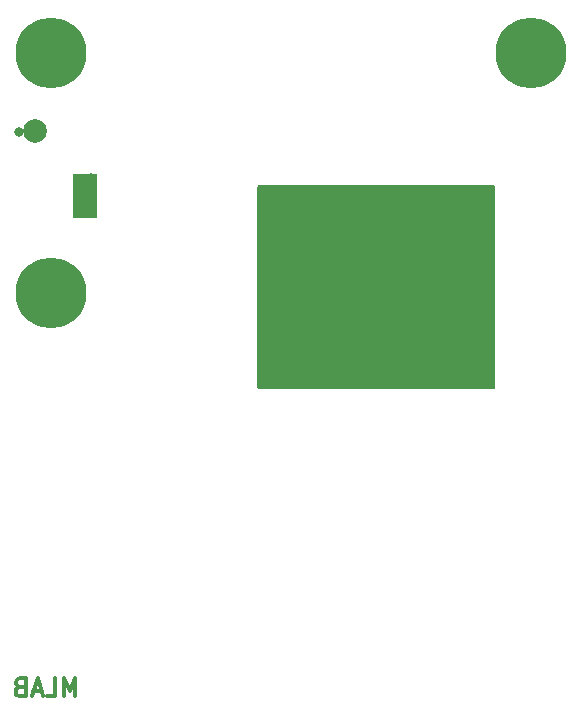
<source format=gbr>
%TF.GenerationSoftware,KiCad,Pcbnew,6.0.11+dfsg-1~bpo11+1*%
%TF.CreationDate,2023-05-28T01:19:47+00:00*%
%TF.ProjectId,PINHOLDER02,50494e48-4f4c-4444-9552-30322e6b6963,02A*%
%TF.SameCoordinates,Original*%
%TF.FileFunction,Copper,L2,Bot*%
%TF.FilePolarity,Positive*%
%FSLAX46Y46*%
G04 Gerber Fmt 4.6, Leading zero omitted, Abs format (unit mm)*
G04 Created by KiCad (PCBNEW 6.0.11+dfsg-1~bpo11+1) date 2023-05-28 01:19:47*
%MOMM*%
%LPD*%
G01*
G04 APERTURE LIST*
%ADD10C,0.300000*%
%TA.AperFunction,NonConductor*%
%ADD11C,0.300000*%
%TD*%
%TA.AperFunction,ComponentPad*%
%ADD12C,6.000000*%
%TD*%
%TA.AperFunction,SMDPad,CuDef*%
%ADD13C,2.000000*%
%TD*%
%TA.AperFunction,SMDPad,CuDef*%
%ADD14C,0.509900*%
%TD*%
%TA.AperFunction,SMDPad,CuDef*%
%ADD15R,2.000000X3.800000*%
%TD*%
%TA.AperFunction,ViaPad*%
%ADD16C,0.800000*%
%TD*%
%TA.AperFunction,Conductor*%
%ADD17C,0.250000*%
%TD*%
G04 APERTURE END LIST*
D10*
D11*
X2090000Y-54498571D02*
X2090000Y-52998571D01*
X1590000Y-54070000D01*
X1090000Y-52998571D01*
X1090000Y-54498571D01*
X-338572Y-54498571D02*
X375714Y-54498571D01*
X375714Y-52998571D01*
X-767143Y-54070000D02*
X-1481429Y-54070000D01*
X-624286Y-54498571D02*
X-1124286Y-52998571D01*
X-1624286Y-54498571D01*
X-2624286Y-53712857D02*
X-2838572Y-53784285D01*
X-2910000Y-53855714D01*
X-2981429Y-53998571D01*
X-2981429Y-54212857D01*
X-2910000Y-54355714D01*
X-2838572Y-54427142D01*
X-2695715Y-54498571D01*
X-2124286Y-54498571D01*
X-2124286Y-52998571D01*
X-2624286Y-52998571D01*
X-2767143Y-53070000D01*
X-2838572Y-53141428D01*
X-2910000Y-53284285D01*
X-2910000Y-53427142D01*
X-2838572Y-53570000D01*
X-2767143Y-53641428D01*
X-2624286Y-53712857D01*
X-2124286Y-53712857D01*
D12*
%TO.P,M3,1*%
%TO.N,GND*%
X0Y0D03*
%TD*%
%TO.P,M2,1*%
%TO.N,GND*%
X40640000Y0D03*
%TD*%
%TO.P,M4,1*%
%TO.N,GND*%
X0Y-20320000D03*
%TD*%
D13*
%TO.P,TP3,1,1*%
%TO.N,GND*%
X-1310000Y-6670000D03*
%TD*%
D14*
%TO.P,TP1,1,1*%
%TO.N,/circle_0*%
X18140000Y-12120000D03*
%TD*%
D15*
%TO.P,TP2,1,1*%
%TO.N,Net-(J1-Pad3)*%
X2890000Y-12170000D03*
%TD*%
D16*
%TO.N,/circle_0*%
X18040000Y-15320000D03*
%TO.N,GND*%
X-2710000Y-6720000D03*
%TO.N,Net-(J1-Pad3)*%
X3390000Y-10620000D03*
%TD*%
D17*
%TO.N,GND*%
X-2710000Y-6720000D02*
X-2660000Y-6670000D01*
X-2660000Y-6670000D02*
X-1310000Y-6670000D01*
%TD*%
%TA.AperFunction,Conductor*%
%TO.N,/circle_0*%
G36*
X37532121Y-11240002D02*
G01*
X37578614Y-11293658D01*
X37590000Y-11346000D01*
X37590000Y-28394000D01*
X37569998Y-28462121D01*
X37516342Y-28508614D01*
X37464000Y-28520000D01*
X17616000Y-28520000D01*
X17547879Y-28499998D01*
X17501386Y-28446342D01*
X17490000Y-28394000D01*
X17490000Y-11346000D01*
X17510002Y-11277879D01*
X17563658Y-11231386D01*
X17616000Y-11220000D01*
X37464000Y-11220000D01*
X37532121Y-11240002D01*
G37*
%TD.AperFunction*%
%TD*%
M02*

</source>
